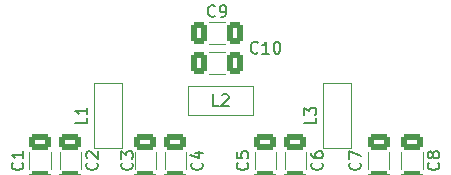
<source format=gto>
G04 #@! TF.GenerationSoftware,KiCad,Pcbnew,7.0.2*
G04 #@! TF.CreationDate,2023-08-02T20:41:48-05:00*
G04 #@! TF.ProjectId,Session6,53657373-696f-46e3-962e-6b696361645f,rev?*
G04 #@! TF.SameCoordinates,Original*
G04 #@! TF.FileFunction,Legend,Top*
G04 #@! TF.FilePolarity,Positive*
%FSLAX46Y46*%
G04 Gerber Fmt 4.6, Leading zero omitted, Abs format (unit mm)*
G04 Created by KiCad (PCBNEW 7.0.2) date 2023-08-02 20:41:48*
%MOMM*%
%LPD*%
G01*
G04 APERTURE LIST*
G04 Aperture macros list*
%AMRoundRect*
0 Rectangle with rounded corners*
0 $1 Rounding radius*
0 $2 $3 $4 $5 $6 $7 $8 $9 X,Y pos of 4 corners*
0 Add a 4 corners polygon primitive as box body*
4,1,4,$2,$3,$4,$5,$6,$7,$8,$9,$2,$3,0*
0 Add four circle primitives for the rounded corners*
1,1,$1+$1,$2,$3*
1,1,$1+$1,$4,$5*
1,1,$1+$1,$6,$7*
1,1,$1+$1,$8,$9*
0 Add four rect primitives between the rounded corners*
20,1,$1+$1,$2,$3,$4,$5,0*
20,1,$1+$1,$4,$5,$6,$7,0*
20,1,$1+$1,$6,$7,$8,$9,0*
20,1,$1+$1,$8,$9,$2,$3,0*%
G04 Aperture macros list end*
%ADD10C,0.150000*%
%ADD11C,0.120000*%
%ADD12C,1.600000*%
%ADD13O,1.600000X1.600000*%
%ADD14RoundRect,0.250000X-0.650000X0.412500X-0.650000X-0.412500X0.650000X-0.412500X0.650000X0.412500X0*%
%ADD15RoundRect,0.250000X-0.412500X-0.650000X0.412500X-0.650000X0.412500X0.650000X-0.412500X0.650000X0*%
%ADD16O,1.700000X1.700000*%
%ADD17R,1.700000X1.700000*%
G04 APERTURE END LIST*
D10*
X126220119Y-80176666D02*
X126220119Y-80652856D01*
X126220119Y-80652856D02*
X125220119Y-80652856D01*
X125220119Y-79938570D02*
X125220119Y-79319523D01*
X125220119Y-79319523D02*
X125601071Y-79652856D01*
X125601071Y-79652856D02*
X125601071Y-79509999D01*
X125601071Y-79509999D02*
X125648690Y-79414761D01*
X125648690Y-79414761D02*
X125696309Y-79367142D01*
X125696309Y-79367142D02*
X125791547Y-79319523D01*
X125791547Y-79319523D02*
X126029642Y-79319523D01*
X126029642Y-79319523D02*
X126124880Y-79367142D01*
X126124880Y-79367142D02*
X126172500Y-79414761D01*
X126172500Y-79414761D02*
X126220119Y-79509999D01*
X126220119Y-79509999D02*
X126220119Y-79795713D01*
X126220119Y-79795713D02*
X126172500Y-79890951D01*
X126172500Y-79890951D02*
X126124880Y-79938570D01*
X120382380Y-83986666D02*
X120430000Y-84034285D01*
X120430000Y-84034285D02*
X120477619Y-84177142D01*
X120477619Y-84177142D02*
X120477619Y-84272380D01*
X120477619Y-84272380D02*
X120430000Y-84415237D01*
X120430000Y-84415237D02*
X120334761Y-84510475D01*
X120334761Y-84510475D02*
X120239523Y-84558094D01*
X120239523Y-84558094D02*
X120049047Y-84605713D01*
X120049047Y-84605713D02*
X119906190Y-84605713D01*
X119906190Y-84605713D02*
X119715714Y-84558094D01*
X119715714Y-84558094D02*
X119620476Y-84510475D01*
X119620476Y-84510475D02*
X119525238Y-84415237D01*
X119525238Y-84415237D02*
X119477619Y-84272380D01*
X119477619Y-84272380D02*
X119477619Y-84177142D01*
X119477619Y-84177142D02*
X119525238Y-84034285D01*
X119525238Y-84034285D02*
X119572857Y-83986666D01*
X119477619Y-83081904D02*
X119477619Y-83558094D01*
X119477619Y-83558094D02*
X119953809Y-83605713D01*
X119953809Y-83605713D02*
X119906190Y-83558094D01*
X119906190Y-83558094D02*
X119858571Y-83462856D01*
X119858571Y-83462856D02*
X119858571Y-83224761D01*
X119858571Y-83224761D02*
X119906190Y-83129523D01*
X119906190Y-83129523D02*
X119953809Y-83081904D01*
X119953809Y-83081904D02*
X120049047Y-83034285D01*
X120049047Y-83034285D02*
X120287142Y-83034285D01*
X120287142Y-83034285D02*
X120382380Y-83081904D01*
X120382380Y-83081904D02*
X120430000Y-83129523D01*
X120430000Y-83129523D02*
X120477619Y-83224761D01*
X120477619Y-83224761D02*
X120477619Y-83462856D01*
X120477619Y-83462856D02*
X120430000Y-83558094D01*
X120430000Y-83558094D02*
X120382380Y-83605713D01*
X126677380Y-83986666D02*
X126725000Y-84034285D01*
X126725000Y-84034285D02*
X126772619Y-84177142D01*
X126772619Y-84177142D02*
X126772619Y-84272380D01*
X126772619Y-84272380D02*
X126725000Y-84415237D01*
X126725000Y-84415237D02*
X126629761Y-84510475D01*
X126629761Y-84510475D02*
X126534523Y-84558094D01*
X126534523Y-84558094D02*
X126344047Y-84605713D01*
X126344047Y-84605713D02*
X126201190Y-84605713D01*
X126201190Y-84605713D02*
X126010714Y-84558094D01*
X126010714Y-84558094D02*
X125915476Y-84510475D01*
X125915476Y-84510475D02*
X125820238Y-84415237D01*
X125820238Y-84415237D02*
X125772619Y-84272380D01*
X125772619Y-84272380D02*
X125772619Y-84177142D01*
X125772619Y-84177142D02*
X125820238Y-84034285D01*
X125820238Y-84034285D02*
X125867857Y-83986666D01*
X125772619Y-83129523D02*
X125772619Y-83319999D01*
X125772619Y-83319999D02*
X125820238Y-83415237D01*
X125820238Y-83415237D02*
X125867857Y-83462856D01*
X125867857Y-83462856D02*
X126010714Y-83558094D01*
X126010714Y-83558094D02*
X126201190Y-83605713D01*
X126201190Y-83605713D02*
X126582142Y-83605713D01*
X126582142Y-83605713D02*
X126677380Y-83558094D01*
X126677380Y-83558094D02*
X126725000Y-83510475D01*
X126725000Y-83510475D02*
X126772619Y-83415237D01*
X126772619Y-83415237D02*
X126772619Y-83224761D01*
X126772619Y-83224761D02*
X126725000Y-83129523D01*
X126725000Y-83129523D02*
X126677380Y-83081904D01*
X126677380Y-83081904D02*
X126582142Y-83034285D01*
X126582142Y-83034285D02*
X126344047Y-83034285D01*
X126344047Y-83034285D02*
X126248809Y-83081904D01*
X126248809Y-83081904D02*
X126201190Y-83129523D01*
X126201190Y-83129523D02*
X126153571Y-83224761D01*
X126153571Y-83224761D02*
X126153571Y-83415237D01*
X126153571Y-83415237D02*
X126201190Y-83510475D01*
X126201190Y-83510475D02*
X126248809Y-83558094D01*
X126248809Y-83558094D02*
X126344047Y-83605713D01*
X117650833Y-71542380D02*
X117603214Y-71590000D01*
X117603214Y-71590000D02*
X117460357Y-71637619D01*
X117460357Y-71637619D02*
X117365119Y-71637619D01*
X117365119Y-71637619D02*
X117222262Y-71590000D01*
X117222262Y-71590000D02*
X117127024Y-71494761D01*
X117127024Y-71494761D02*
X117079405Y-71399523D01*
X117079405Y-71399523D02*
X117031786Y-71209047D01*
X117031786Y-71209047D02*
X117031786Y-71066190D01*
X117031786Y-71066190D02*
X117079405Y-70875714D01*
X117079405Y-70875714D02*
X117127024Y-70780476D01*
X117127024Y-70780476D02*
X117222262Y-70685238D01*
X117222262Y-70685238D02*
X117365119Y-70637619D01*
X117365119Y-70637619D02*
X117460357Y-70637619D01*
X117460357Y-70637619D02*
X117603214Y-70685238D01*
X117603214Y-70685238D02*
X117650833Y-70732857D01*
X118127024Y-71637619D02*
X118317500Y-71637619D01*
X118317500Y-71637619D02*
X118412738Y-71590000D01*
X118412738Y-71590000D02*
X118460357Y-71542380D01*
X118460357Y-71542380D02*
X118555595Y-71399523D01*
X118555595Y-71399523D02*
X118603214Y-71209047D01*
X118603214Y-71209047D02*
X118603214Y-70828095D01*
X118603214Y-70828095D02*
X118555595Y-70732857D01*
X118555595Y-70732857D02*
X118507976Y-70685238D01*
X118507976Y-70685238D02*
X118412738Y-70637619D01*
X118412738Y-70637619D02*
X118222262Y-70637619D01*
X118222262Y-70637619D02*
X118127024Y-70685238D01*
X118127024Y-70685238D02*
X118079405Y-70732857D01*
X118079405Y-70732857D02*
X118031786Y-70828095D01*
X118031786Y-70828095D02*
X118031786Y-71066190D01*
X118031786Y-71066190D02*
X118079405Y-71161428D01*
X118079405Y-71161428D02*
X118127024Y-71209047D01*
X118127024Y-71209047D02*
X118222262Y-71256666D01*
X118222262Y-71256666D02*
X118412738Y-71256666D01*
X118412738Y-71256666D02*
X118507976Y-71209047D01*
X118507976Y-71209047D02*
X118555595Y-71161428D01*
X118555595Y-71161428D02*
X118603214Y-71066190D01*
X121277142Y-74662380D02*
X121229523Y-74710000D01*
X121229523Y-74710000D02*
X121086666Y-74757619D01*
X121086666Y-74757619D02*
X120991428Y-74757619D01*
X120991428Y-74757619D02*
X120848571Y-74710000D01*
X120848571Y-74710000D02*
X120753333Y-74614761D01*
X120753333Y-74614761D02*
X120705714Y-74519523D01*
X120705714Y-74519523D02*
X120658095Y-74329047D01*
X120658095Y-74329047D02*
X120658095Y-74186190D01*
X120658095Y-74186190D02*
X120705714Y-73995714D01*
X120705714Y-73995714D02*
X120753333Y-73900476D01*
X120753333Y-73900476D02*
X120848571Y-73805238D01*
X120848571Y-73805238D02*
X120991428Y-73757619D01*
X120991428Y-73757619D02*
X121086666Y-73757619D01*
X121086666Y-73757619D02*
X121229523Y-73805238D01*
X121229523Y-73805238D02*
X121277142Y-73852857D01*
X122229523Y-74757619D02*
X121658095Y-74757619D01*
X121943809Y-74757619D02*
X121943809Y-73757619D01*
X121943809Y-73757619D02*
X121848571Y-73900476D01*
X121848571Y-73900476D02*
X121753333Y-73995714D01*
X121753333Y-73995714D02*
X121658095Y-74043333D01*
X122848571Y-73757619D02*
X122943809Y-73757619D01*
X122943809Y-73757619D02*
X123039047Y-73805238D01*
X123039047Y-73805238D02*
X123086666Y-73852857D01*
X123086666Y-73852857D02*
X123134285Y-73948095D01*
X123134285Y-73948095D02*
X123181904Y-74138571D01*
X123181904Y-74138571D02*
X123181904Y-74376666D01*
X123181904Y-74376666D02*
X123134285Y-74567142D01*
X123134285Y-74567142D02*
X123086666Y-74662380D01*
X123086666Y-74662380D02*
X123039047Y-74710000D01*
X123039047Y-74710000D02*
X122943809Y-74757619D01*
X122943809Y-74757619D02*
X122848571Y-74757619D01*
X122848571Y-74757619D02*
X122753333Y-74710000D01*
X122753333Y-74710000D02*
X122705714Y-74662380D01*
X122705714Y-74662380D02*
X122658095Y-74567142D01*
X122658095Y-74567142D02*
X122610476Y-74376666D01*
X122610476Y-74376666D02*
X122610476Y-74138571D01*
X122610476Y-74138571D02*
X122658095Y-73948095D01*
X122658095Y-73948095D02*
X122705714Y-73852857D01*
X122705714Y-73852857D02*
X122753333Y-73805238D01*
X122753333Y-73805238D02*
X122848571Y-73757619D01*
X106827619Y-80176666D02*
X106827619Y-80652856D01*
X106827619Y-80652856D02*
X105827619Y-80652856D01*
X106827619Y-79319523D02*
X106827619Y-79890951D01*
X106827619Y-79605237D02*
X105827619Y-79605237D01*
X105827619Y-79605237D02*
X105970476Y-79700475D01*
X105970476Y-79700475D02*
X106065714Y-79795713D01*
X106065714Y-79795713D02*
X106113333Y-79890951D01*
X117943333Y-79202619D02*
X117467143Y-79202619D01*
X117467143Y-79202619D02*
X117467143Y-78202619D01*
X118229048Y-78297857D02*
X118276667Y-78250238D01*
X118276667Y-78250238D02*
X118371905Y-78202619D01*
X118371905Y-78202619D02*
X118610000Y-78202619D01*
X118610000Y-78202619D02*
X118705238Y-78250238D01*
X118705238Y-78250238D02*
X118752857Y-78297857D01*
X118752857Y-78297857D02*
X118800476Y-78393095D01*
X118800476Y-78393095D02*
X118800476Y-78488333D01*
X118800476Y-78488333D02*
X118752857Y-78631190D01*
X118752857Y-78631190D02*
X118181429Y-79202619D01*
X118181429Y-79202619D02*
X118800476Y-79202619D01*
X116517380Y-83986666D02*
X116565000Y-84034285D01*
X116565000Y-84034285D02*
X116612619Y-84177142D01*
X116612619Y-84177142D02*
X116612619Y-84272380D01*
X116612619Y-84272380D02*
X116565000Y-84415237D01*
X116565000Y-84415237D02*
X116469761Y-84510475D01*
X116469761Y-84510475D02*
X116374523Y-84558094D01*
X116374523Y-84558094D02*
X116184047Y-84605713D01*
X116184047Y-84605713D02*
X116041190Y-84605713D01*
X116041190Y-84605713D02*
X115850714Y-84558094D01*
X115850714Y-84558094D02*
X115755476Y-84510475D01*
X115755476Y-84510475D02*
X115660238Y-84415237D01*
X115660238Y-84415237D02*
X115612619Y-84272380D01*
X115612619Y-84272380D02*
X115612619Y-84177142D01*
X115612619Y-84177142D02*
X115660238Y-84034285D01*
X115660238Y-84034285D02*
X115707857Y-83986666D01*
X115945952Y-83129523D02*
X116612619Y-83129523D01*
X115565000Y-83367618D02*
X116279285Y-83605713D01*
X116279285Y-83605713D02*
X116279285Y-82986666D01*
X129907380Y-83986666D02*
X129955000Y-84034285D01*
X129955000Y-84034285D02*
X130002619Y-84177142D01*
X130002619Y-84177142D02*
X130002619Y-84272380D01*
X130002619Y-84272380D02*
X129955000Y-84415237D01*
X129955000Y-84415237D02*
X129859761Y-84510475D01*
X129859761Y-84510475D02*
X129764523Y-84558094D01*
X129764523Y-84558094D02*
X129574047Y-84605713D01*
X129574047Y-84605713D02*
X129431190Y-84605713D01*
X129431190Y-84605713D02*
X129240714Y-84558094D01*
X129240714Y-84558094D02*
X129145476Y-84510475D01*
X129145476Y-84510475D02*
X129050238Y-84415237D01*
X129050238Y-84415237D02*
X129002619Y-84272380D01*
X129002619Y-84272380D02*
X129002619Y-84177142D01*
X129002619Y-84177142D02*
X129050238Y-84034285D01*
X129050238Y-84034285D02*
X129097857Y-83986666D01*
X129002619Y-83653332D02*
X129002619Y-82986666D01*
X129002619Y-82986666D02*
X130002619Y-83415237D01*
X101332380Y-83986666D02*
X101380000Y-84034285D01*
X101380000Y-84034285D02*
X101427619Y-84177142D01*
X101427619Y-84177142D02*
X101427619Y-84272380D01*
X101427619Y-84272380D02*
X101380000Y-84415237D01*
X101380000Y-84415237D02*
X101284761Y-84510475D01*
X101284761Y-84510475D02*
X101189523Y-84558094D01*
X101189523Y-84558094D02*
X100999047Y-84605713D01*
X100999047Y-84605713D02*
X100856190Y-84605713D01*
X100856190Y-84605713D02*
X100665714Y-84558094D01*
X100665714Y-84558094D02*
X100570476Y-84510475D01*
X100570476Y-84510475D02*
X100475238Y-84415237D01*
X100475238Y-84415237D02*
X100427619Y-84272380D01*
X100427619Y-84272380D02*
X100427619Y-84177142D01*
X100427619Y-84177142D02*
X100475238Y-84034285D01*
X100475238Y-84034285D02*
X100522857Y-83986666D01*
X101427619Y-83034285D02*
X101427619Y-83605713D01*
X101427619Y-83319999D02*
X100427619Y-83319999D01*
X100427619Y-83319999D02*
X100570476Y-83415237D01*
X100570476Y-83415237D02*
X100665714Y-83510475D01*
X100665714Y-83510475D02*
X100713333Y-83605713D01*
X110603380Y-83986666D02*
X110651000Y-84034285D01*
X110651000Y-84034285D02*
X110698619Y-84177142D01*
X110698619Y-84177142D02*
X110698619Y-84272380D01*
X110698619Y-84272380D02*
X110651000Y-84415237D01*
X110651000Y-84415237D02*
X110555761Y-84510475D01*
X110555761Y-84510475D02*
X110460523Y-84558094D01*
X110460523Y-84558094D02*
X110270047Y-84605713D01*
X110270047Y-84605713D02*
X110127190Y-84605713D01*
X110127190Y-84605713D02*
X109936714Y-84558094D01*
X109936714Y-84558094D02*
X109841476Y-84510475D01*
X109841476Y-84510475D02*
X109746238Y-84415237D01*
X109746238Y-84415237D02*
X109698619Y-84272380D01*
X109698619Y-84272380D02*
X109698619Y-84177142D01*
X109698619Y-84177142D02*
X109746238Y-84034285D01*
X109746238Y-84034285D02*
X109793857Y-83986666D01*
X109698619Y-83653332D02*
X109698619Y-83034285D01*
X109698619Y-83034285D02*
X110079571Y-83367618D01*
X110079571Y-83367618D02*
X110079571Y-83224761D01*
X110079571Y-83224761D02*
X110127190Y-83129523D01*
X110127190Y-83129523D02*
X110174809Y-83081904D01*
X110174809Y-83081904D02*
X110270047Y-83034285D01*
X110270047Y-83034285D02*
X110508142Y-83034285D01*
X110508142Y-83034285D02*
X110603380Y-83081904D01*
X110603380Y-83081904D02*
X110651000Y-83129523D01*
X110651000Y-83129523D02*
X110698619Y-83224761D01*
X110698619Y-83224761D02*
X110698619Y-83510475D01*
X110698619Y-83510475D02*
X110651000Y-83605713D01*
X110651000Y-83605713D02*
X110603380Y-83653332D01*
X136544880Y-83986666D02*
X136592500Y-84034285D01*
X136592500Y-84034285D02*
X136640119Y-84177142D01*
X136640119Y-84177142D02*
X136640119Y-84272380D01*
X136640119Y-84272380D02*
X136592500Y-84415237D01*
X136592500Y-84415237D02*
X136497261Y-84510475D01*
X136497261Y-84510475D02*
X136402023Y-84558094D01*
X136402023Y-84558094D02*
X136211547Y-84605713D01*
X136211547Y-84605713D02*
X136068690Y-84605713D01*
X136068690Y-84605713D02*
X135878214Y-84558094D01*
X135878214Y-84558094D02*
X135782976Y-84510475D01*
X135782976Y-84510475D02*
X135687738Y-84415237D01*
X135687738Y-84415237D02*
X135640119Y-84272380D01*
X135640119Y-84272380D02*
X135640119Y-84177142D01*
X135640119Y-84177142D02*
X135687738Y-84034285D01*
X135687738Y-84034285D02*
X135735357Y-83986666D01*
X136068690Y-83415237D02*
X136021071Y-83510475D01*
X136021071Y-83510475D02*
X135973452Y-83558094D01*
X135973452Y-83558094D02*
X135878214Y-83605713D01*
X135878214Y-83605713D02*
X135830595Y-83605713D01*
X135830595Y-83605713D02*
X135735357Y-83558094D01*
X135735357Y-83558094D02*
X135687738Y-83510475D01*
X135687738Y-83510475D02*
X135640119Y-83415237D01*
X135640119Y-83415237D02*
X135640119Y-83224761D01*
X135640119Y-83224761D02*
X135687738Y-83129523D01*
X135687738Y-83129523D02*
X135735357Y-83081904D01*
X135735357Y-83081904D02*
X135830595Y-83034285D01*
X135830595Y-83034285D02*
X135878214Y-83034285D01*
X135878214Y-83034285D02*
X135973452Y-83081904D01*
X135973452Y-83081904D02*
X136021071Y-83129523D01*
X136021071Y-83129523D02*
X136068690Y-83224761D01*
X136068690Y-83224761D02*
X136068690Y-83415237D01*
X136068690Y-83415237D02*
X136116309Y-83510475D01*
X136116309Y-83510475D02*
X136163928Y-83558094D01*
X136163928Y-83558094D02*
X136259166Y-83605713D01*
X136259166Y-83605713D02*
X136449642Y-83605713D01*
X136449642Y-83605713D02*
X136544880Y-83558094D01*
X136544880Y-83558094D02*
X136592500Y-83510475D01*
X136592500Y-83510475D02*
X136640119Y-83415237D01*
X136640119Y-83415237D02*
X136640119Y-83224761D01*
X136640119Y-83224761D02*
X136592500Y-83129523D01*
X136592500Y-83129523D02*
X136544880Y-83081904D01*
X136544880Y-83081904D02*
X136449642Y-83034285D01*
X136449642Y-83034285D02*
X136259166Y-83034285D01*
X136259166Y-83034285D02*
X136163928Y-83081904D01*
X136163928Y-83081904D02*
X136116309Y-83129523D01*
X136116309Y-83129523D02*
X136068690Y-83224761D01*
X107627380Y-83986666D02*
X107675000Y-84034285D01*
X107675000Y-84034285D02*
X107722619Y-84177142D01*
X107722619Y-84177142D02*
X107722619Y-84272380D01*
X107722619Y-84272380D02*
X107675000Y-84415237D01*
X107675000Y-84415237D02*
X107579761Y-84510475D01*
X107579761Y-84510475D02*
X107484523Y-84558094D01*
X107484523Y-84558094D02*
X107294047Y-84605713D01*
X107294047Y-84605713D02*
X107151190Y-84605713D01*
X107151190Y-84605713D02*
X106960714Y-84558094D01*
X106960714Y-84558094D02*
X106865476Y-84510475D01*
X106865476Y-84510475D02*
X106770238Y-84415237D01*
X106770238Y-84415237D02*
X106722619Y-84272380D01*
X106722619Y-84272380D02*
X106722619Y-84177142D01*
X106722619Y-84177142D02*
X106770238Y-84034285D01*
X106770238Y-84034285D02*
X106817857Y-83986666D01*
X106817857Y-83605713D02*
X106770238Y-83558094D01*
X106770238Y-83558094D02*
X106722619Y-83462856D01*
X106722619Y-83462856D02*
X106722619Y-83224761D01*
X106722619Y-83224761D02*
X106770238Y-83129523D01*
X106770238Y-83129523D02*
X106817857Y-83081904D01*
X106817857Y-83081904D02*
X106913095Y-83034285D01*
X106913095Y-83034285D02*
X107008333Y-83034285D01*
X107008333Y-83034285D02*
X107151190Y-83081904D01*
X107151190Y-83081904D02*
X107722619Y-83653332D01*
X107722619Y-83653332D02*
X107722619Y-83034285D01*
D11*
X126757500Y-82780000D02*
X129197500Y-82780000D01*
X129197500Y-82780000D02*
X129197500Y-77240000D01*
X126757500Y-77240000D02*
X126757500Y-82780000D01*
X129197500Y-77240000D02*
X126757500Y-77240000D01*
X122830000Y-83108748D02*
X122830000Y-84531252D01*
X121010000Y-83108748D02*
X121010000Y-84531252D01*
X125370000Y-83108748D02*
X125370000Y-84531252D01*
X123550000Y-83108748D02*
X123550000Y-84531252D01*
X117106248Y-72115000D02*
X118528752Y-72115000D01*
X117106248Y-73935000D02*
X118528752Y-73935000D01*
X117106248Y-74655000D02*
X118528752Y-74655000D01*
X117106248Y-76475000D02*
X118528752Y-76475000D01*
X107365000Y-82780000D02*
X109805000Y-82780000D01*
X109805000Y-82780000D02*
X109805000Y-77240000D01*
X107365000Y-77240000D02*
X107365000Y-82780000D01*
X109805000Y-77240000D02*
X107365000Y-77240000D01*
X115340000Y-77520000D02*
X115340000Y-79960000D01*
X115340000Y-79960000D02*
X120880000Y-79960000D01*
X120880000Y-77520000D02*
X115340000Y-77520000D01*
X120880000Y-79960000D02*
X120880000Y-77520000D01*
X115210000Y-83108748D02*
X115210000Y-84531252D01*
X113390000Y-83108748D02*
X113390000Y-84531252D01*
X132405000Y-83108748D02*
X132405000Y-84531252D01*
X130585000Y-83108748D02*
X130585000Y-84531252D01*
X103730000Y-83108748D02*
X103730000Y-84531252D01*
X101910000Y-83108748D02*
X101910000Y-84531252D01*
X112670000Y-83108748D02*
X112670000Y-84531252D01*
X110850000Y-83108748D02*
X110850000Y-84531252D01*
X135237500Y-83108748D02*
X135237500Y-84531252D01*
X133417500Y-83108748D02*
X133417500Y-84531252D01*
X106320000Y-83108748D02*
X106320000Y-84531252D01*
X104500000Y-83108748D02*
X104500000Y-84531252D01*
%LPC*%
D12*
X127977500Y-83820000D03*
D13*
X127977500Y-76200000D03*
D14*
X121920000Y-82257500D03*
X121920000Y-85382500D03*
X124460000Y-82257500D03*
X124460000Y-85382500D03*
D15*
X116255000Y-73025000D03*
X119380000Y-73025000D03*
X116255000Y-75565000D03*
X119380000Y-75565000D03*
D12*
X108585000Y-83820000D03*
D13*
X108585000Y-76200000D03*
D12*
X114300000Y-78740000D03*
D13*
X121920000Y-78740000D03*
D14*
X114300000Y-82257500D03*
X114300000Y-85382500D03*
X131495000Y-82257500D03*
X131495000Y-85382500D03*
X102820000Y-82257500D03*
X102820000Y-85382500D03*
X111760000Y-82257500D03*
X111760000Y-85382500D03*
X134327500Y-82257500D03*
X134327500Y-85382500D03*
X105410000Y-82257500D03*
X105410000Y-85382500D03*
D16*
X137160000Y-81280000D03*
X137160000Y-78740000D03*
X137160000Y-76200000D03*
D17*
X137160000Y-73660000D03*
D16*
X99060000Y-81280000D03*
X99060000Y-78740000D03*
X99060000Y-76200000D03*
D17*
X99060000Y-73660000D03*
%LPD*%
M02*

</source>
